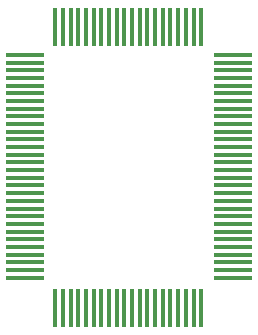
<source format=gbr>
%TF.GenerationSoftware,KiCad,Pcbnew,7.0.6*%
%TF.CreationDate,2023-07-20T11:36:43+01:00*%
%TF.ProjectId,Commodore PC10 III,436f6d6d-6f64-46f7-9265-205043313020,rev?*%
%TF.SameCoordinates,Original*%
%TF.FileFunction,Paste,Top*%
%TF.FilePolarity,Positive*%
%FSLAX46Y46*%
G04 Gerber Fmt 4.6, Leading zero omitted, Abs format (unit mm)*
G04 Created by KiCad (PCBNEW 7.0.6) date 2023-07-20 11:36:43*
%MOMM*%
%LPD*%
G01*
G04 APERTURE LIST*
G04 Aperture macros list*
%AMRoundRect*
0 Rectangle with rounded corners*
0 $1 Rounding radius*
0 $2 $3 $4 $5 $6 $7 $8 $9 X,Y pos of 4 corners*
0 Add a 4 corners polygon primitive as box body*
4,1,4,$2,$3,$4,$5,$6,$7,$8,$9,$2,$3,0*
0 Add four circle primitives for the rounded corners*
1,1,$1+$1,$2,$3*
1,1,$1+$1,$4,$5*
1,1,$1+$1,$6,$7*
1,1,$1+$1,$8,$9*
0 Add four rect primitives between the rounded corners*
20,1,$1+$1,$2,$3,$4,$5,0*
20,1,$1+$1,$4,$5,$6,$7,0*
20,1,$1+$1,$6,$7,$8,$9,0*
20,1,$1+$1,$8,$9,$2,$3,0*%
G04 Aperture macros list end*
%ADD10RoundRect,0.100000X1.512500X0.100000X-1.512500X0.100000X-1.512500X-0.100000X1.512500X-0.100000X0*%
%ADD11RoundRect,0.100000X-0.100000X1.512500X-0.100000X-1.512500X0.100000X-1.512500X0.100000X1.512500X0*%
G04 APERTURE END LIST*
D10*
%TO.C,U601*%
X400735000Y-161120000D03*
X400735000Y-160470000D03*
X400735000Y-159820000D03*
X400735000Y-159170000D03*
X400735000Y-158520000D03*
X400735000Y-157870000D03*
X400735000Y-157220000D03*
X400735000Y-156570000D03*
X400735000Y-155920000D03*
X400735000Y-155270000D03*
X400735000Y-154620000D03*
X400735000Y-153970000D03*
X400735000Y-153320000D03*
X400735000Y-152670000D03*
X400735000Y-152020000D03*
X400735000Y-151370000D03*
X400735000Y-150720000D03*
X400735000Y-150070000D03*
X400735000Y-149420000D03*
X400735000Y-148770000D03*
X400735000Y-148120000D03*
X400735000Y-147470000D03*
X400735000Y-146820000D03*
X400735000Y-146170000D03*
X400735000Y-145520000D03*
X400735000Y-144870000D03*
X400735000Y-144220000D03*
X400735000Y-143570000D03*
X400735000Y-142920000D03*
X400735000Y-142270000D03*
D11*
X398005000Y-139920000D03*
X397355000Y-139920000D03*
X396705000Y-139920000D03*
X396055000Y-139920000D03*
X395405000Y-139920000D03*
X394755000Y-139920000D03*
X394105000Y-139920000D03*
X393455000Y-139920000D03*
X392805000Y-139920000D03*
X392155000Y-139920000D03*
X391505000Y-139920000D03*
X390855000Y-139920000D03*
X390205000Y-139920000D03*
X389555000Y-139920000D03*
X388905000Y-139920000D03*
X388255000Y-139920000D03*
X387605000Y-139920000D03*
X386955000Y-139920000D03*
X386305000Y-139920000D03*
X385655000Y-139920000D03*
D10*
X383105000Y-142270000D03*
X383105000Y-142920000D03*
X383105000Y-143570000D03*
X383105000Y-144220000D03*
X383105000Y-144870000D03*
X383105000Y-145520000D03*
X383105000Y-146170000D03*
X383105000Y-146820000D03*
X383105000Y-147470000D03*
X383105000Y-148120000D03*
X383105000Y-148770000D03*
X383105000Y-149420000D03*
X383105000Y-150070000D03*
X383105000Y-150720000D03*
X383105000Y-151370000D03*
X383105000Y-152020000D03*
X383105000Y-152670000D03*
X383105000Y-153320000D03*
X383105000Y-153970000D03*
X383105000Y-154620000D03*
X383105000Y-155270000D03*
X383105000Y-155920000D03*
X383105000Y-156570000D03*
X383105000Y-157220000D03*
X383105000Y-157870000D03*
X383105000Y-158520000D03*
X383105000Y-159170000D03*
X383105000Y-159820000D03*
X383105000Y-160470000D03*
X383105000Y-161120000D03*
D11*
X385655000Y-163690000D03*
X386305000Y-163690000D03*
X386955000Y-163690000D03*
X387605000Y-163690000D03*
X388255000Y-163690000D03*
X388905000Y-163690000D03*
X389555000Y-163690000D03*
X390205000Y-163690000D03*
X390855000Y-163690000D03*
X391505000Y-163690000D03*
X392155000Y-163690000D03*
X392805000Y-163690000D03*
X393455000Y-163690000D03*
X394105000Y-163690000D03*
X394755000Y-163690000D03*
X395405000Y-163690000D03*
X396055000Y-163690000D03*
X396705000Y-163690000D03*
X397355000Y-163690000D03*
X398005000Y-163690000D03*
%TD*%
M02*

</source>
